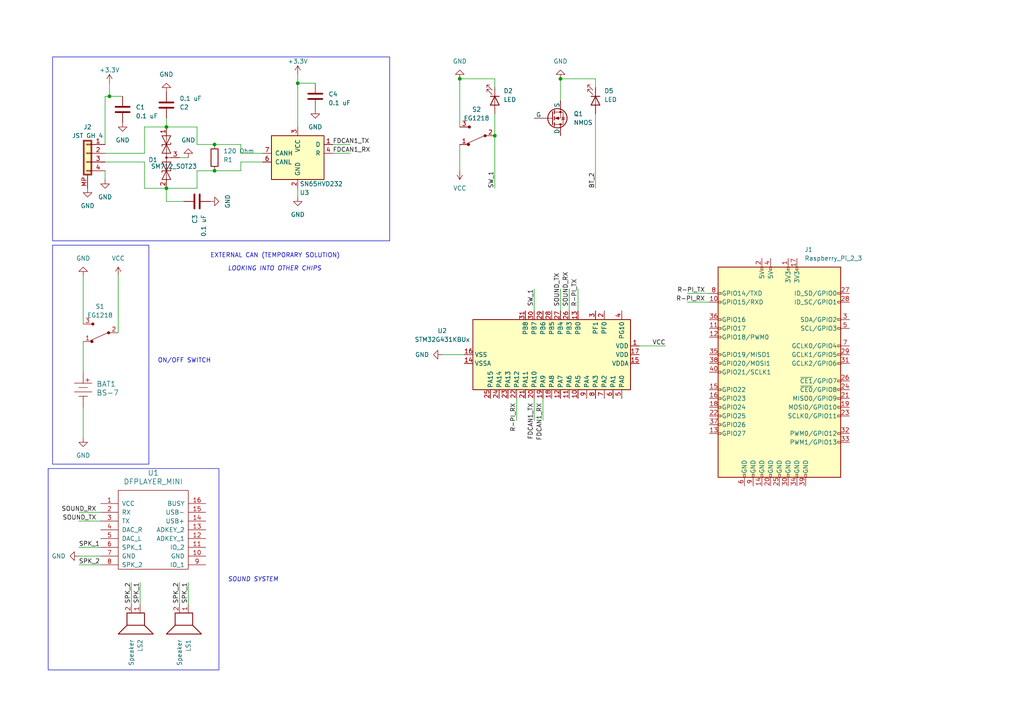
<source format=kicad_sch>
(kicad_sch (version 20230121) (generator eeschema)
  (paper "A4")
  (lib_symbols
    (symbol "Connector:Raspberry_Pi_2_3" (pin_names (offset 1.016))
      (property "Reference" "J" (at -17.78 31.75 0))
      (property "Value" "Raspberry_Pi_2_3" (at 10.16 -31.75 0))
      (symbol "Raspberry_Pi_2_3_0_1"
        (rectangle (start -17.78 30.48) (end 17.78 -30.48) (stroke (width 0.254)) (fill (type background)))
      )
      (symbol "Raspberry_Pi_2_3_1_1"
        (rectangle (start -16.891 -17.526) (end -17.78 -18.034))
        (rectangle (start -16.891 -14.986) (end -17.78 -15.494))
        (rectangle (start -16.891 -12.446) (end -17.78 -12.954))
        (rectangle (start -16.891 -9.906) (end -17.78 -10.414))
        (rectangle (start -16.891 -7.366) (end -17.78 -7.874))
        (rectangle (start -16.891 -4.826) (end -17.78 -5.334))
        (rectangle (start -16.891 0.254) (end -17.78 -0.254))
        (rectangle (start -16.891 2.794) (end -17.78 2.286))
        (rectangle (start -16.891 5.334) (end -17.78 4.826))
        (rectangle (start -16.891 10.414) (end -17.78 9.906))
        (rectangle (start -16.891 12.954) (end -17.78 12.446))
        (rectangle (start -16.891 15.494) (end -17.78 14.986))
        (rectangle (start -16.891 20.574) (end -17.78 20.066))
        (rectangle (start -16.891 23.114) (end -17.78 22.606))
        (rectangle (start -10.414 -29.591) (end -9.906 -30.48))
        (rectangle (start -7.874 -29.591) (end -7.366 -30.48))
        (rectangle (start -5.334 -29.591) (end -4.826 -30.48))
        (rectangle (start -5.334 30.48) (end -4.826 29.591))
        (rectangle (start -2.794 -29.591) (end -2.286 -30.48))
        (rectangle (start -2.794 30.48) (end -2.286 29.591))
        (rectangle (start -0.254 -29.591) (end 0.254 -30.48))
        (rectangle (start 2.286 -29.591) (end 2.794 -30.48))
        (rectangle (start 2.286 30.48) (end 2.794 29.591))
        (rectangle (start 4.826 -29.591) (end 5.334 -30.48))
        (rectangle (start 4.826 30.48) (end 5.334 29.591))
        (rectangle (start 7.366 -29.591) (end 7.874 -30.48))
        (rectangle (start 17.78 -20.066) (end 16.891 -20.574))
        (rectangle (start 17.78 -17.526) (end 16.891 -18.034))
        (rectangle (start 17.78 -12.446) (end 16.891 -12.954))
        (rectangle (start 17.78 -9.906) (end 16.891 -10.414))
        (rectangle (start 17.78 -7.366) (end 16.891 -7.874))
        (rectangle (start 17.78 -4.826) (end 16.891 -5.334))
        (rectangle (start 17.78 -2.286) (end 16.891 -2.794))
        (rectangle (start 17.78 2.794) (end 16.891 2.286))
        (rectangle (start 17.78 5.334) (end 16.891 4.826))
        (rectangle (start 17.78 7.874) (end 16.891 7.366))
        (rectangle (start 17.78 12.954) (end 16.891 12.446))
        (rectangle (start 17.78 15.494) (end 16.891 14.986))
        (rectangle (start 17.78 20.574) (end 16.891 20.066))
        (rectangle (start 17.78 23.114) (end 16.891 22.606))
        (pin power_in line (at 2.54 33.02 270) (length 2.54) (name "3V3") (number "1"))
        (pin bidirectional line (at -20.32 20.32 0) (length 2.54) (name "GPIO15/RXD") (number "10"))
        (pin bidirectional line (at -20.32 12.7 0) (length 2.54) (name "GPIO17") (number "11"))
        (pin bidirectional line (at -20.32 10.16 0) (length 2.54) (name "GPIO18/PWM0") (number "12"))
        (pin bidirectional line (at -20.32 -17.78 0) (length 2.54) (name "GPIO27") (number "13"))
        (pin power_in line (at -5.08 -33.02 90) (length 2.54) (name "GND") (number "14"))
        (pin bidirectional line (at -20.32 -5.08 0) (length 2.54) (name "GPIO22") (number "15"))
        (pin bidirectional line (at -20.32 -7.62 0) (length 2.54) (name "GPIO23") (number "16"))
        (pin power_in line (at 5.08 33.02 270) (length 2.54) (name "3V3") (number "17"))
        (pin bidirectional line (at -20.32 -10.16 0) (length 2.54) (name "GPIO24") (number "18"))
        (pin bidirectional line (at 20.32 -10.16 180) (length 2.54) (name "MOSI0/GPIO10") (number "19"))
        (pin power_in line (at -5.08 33.02 270) (length 2.54) (name "5V") (number "2"))
        (pin power_in line (at -2.54 -33.02 90) (length 2.54) (name "GND") (number "20"))
        (pin bidirectional line (at 20.32 -7.62 180) (length 2.54) (name "MISO0/GPIO9") (number "21"))
        (pin bidirectional line (at -20.32 -12.7 0) (length 2.54) (name "GPIO25") (number "22"))
        (pin bidirectional line (at 20.32 -12.7 180) (length 2.54) (name "SCLK0/GPIO11") (number "23"))
        (pin bidirectional line (at 20.32 -5.08 180) (length 2.54) (name "~{CE0}/GPIO8") (number "24"))
        (pin power_in line (at 0 -33.02 90) (length 2.54) (name "GND") (number "25"))
        (pin bidirectional line (at 20.32 -2.54 180) (length 2.54) (name "~{CE1}/GPIO7") (number "26"))
        (pin bidirectional line (at 20.32 22.86 180) (length 2.54) (name "ID_SD/GPIO0") (number "27"))
        (pin bidirectional line (at 20.32 20.32 180) (length 2.54) (name "ID_SC/GPIO1") (number "28"))
        (pin bidirectional line (at 20.32 5.08 180) (length 2.54) (name "GCLK1/GPIO5") (number "29"))
        (pin bidirectional line (at 20.32 15.24 180) (length 2.54) (name "SDA/GPIO2") (number "3"))
        (pin power_in line (at 2.54 -33.02 90) (length 2.54) (name "GND") (number "30"))
        (pin bidirectional line (at 20.32 2.54 180) (length 2.54) (name "GCLK2/GPIO6") (number "31"))
        (pin bidirectional line (at 20.32 -17.78 180) (length 2.54) (name "PWM0/GPIO12") (number "32"))
        (pin bidirectional line (at 20.32 -20.32 180) (length 2.54) (name "PWM1/GPIO13") (number "33"))
        (pin power_in line (at 5.08 -33.02 90) (length 2.54) (name "GND") (number "34"))
        (pin bidirectional line (at -20.32 5.08 0) (length 2.54) (name "GPIO19/MISO1") (number "35"))
        (pin bidirectional line (at -20.32 15.24 0) (length 2.54) (name "GPIO16") (number "36"))
        (pin bidirectional line (at -20.32 -15.24 0) (length 2.54) (name "GPIO26") (number "37"))
        (pin bidirectional line (at -20.32 2.54 0) (length 2.54) (name "GPIO20/MOSI1") (number "38"))
        (pin power_in line (at 7.62 -33.02 90) (length 2.54) (name "GND") (number "39"))
        (pin power_in line (at -2.54 33.02 270) (length 2.54) (name "5V") (number "4"))
        (pin bidirectional line (at -20.32 0 0) (length 2.54) (name "GPIO21/SCLK1") (number "40"))
        (pin bidirectional line (at 20.32 12.7 180) (length 2.54) (name "SCL/GPIO3") (number "5"))
        (pin power_in line (at -10.16 -33.02 90) (length 2.54) (name "GND") (number "6"))
        (pin bidirectional line (at 20.32 7.62 180) (length 2.54) (name "GCLK0/GPIO4") (number "7"))
        (pin bidirectional line (at -20.32 22.86 0) (length 2.54) (name "GPIO14/TXD") (number "8"))
        (pin power_in line (at -7.62 -33.02 90) (length 2.54) (name "GND") (number "9"))
      )
    )
    (symbol "Connector_Generic_Shielded:Conn_01x04_Shielded" (pin_names (offset 1.016) hide)
      (property "Reference" "J1" (at 0 7.62 0))
      (property "Value" "JST SH 4" (at 0 5.08 0))
      (symbol "Conn_01x04_Shielded_1_1"
        (rectangle (start -1.27 3.81) (end 1.27 -6.35) (stroke (width 0.1524)))
        (rectangle (start -1.016 -4.953) (end 0.254 -5.207) (stroke (width 0.1524)))
        (rectangle (start -1.016 -2.413) (end 0.254 -2.667) (stroke (width 0.1524)))
        (rectangle (start -1.016 0.127) (end 0.254 -0.127) (stroke (width 0.1524)))
        (rectangle (start -1.016 2.667) (end 0.254 2.413) (stroke (width 0.1524)))
        (rectangle (start -1.016 3.556) (end 1.016 -6.096) (stroke (width 0.254)) (fill (type background)))
        (pin passive line (at -5.08 2.54 0) (length 4.064) (name "Pin_1") (number "1"))
        (pin passive line (at -5.08 0 0) (length 4.064) (name "Pin_2") (number "2"))
        (pin passive line (at -5.08 -2.54 0) (length 4.064) (name "Pin_3") (number "3"))
        (pin passive line (at -5.08 -5.08 0) (length 4.064) (name "Pin_4") (number "4"))
        (pin passive line (at 0 -10.16 90) (length 3.81) (name "Mount_Point") (number "MP"))
      )
    )
    (symbol "Device:C" (pin_numbers hide) (pin_names (offset 0.254))
      (property "Reference" "C" (at 0.635 2.54 0))
      (property "Value" "C" (at 0.635 -2.54 0))
      (symbol "C_0_1"
        (polyline (pts (xy -2.032 -0.762) (xy 2.032 -0.762)) (stroke (width 0.508)))
        (polyline (pts (xy -2.032 0.762) (xy 2.032 0.762)) (stroke (width 0.508)))
      )
      (symbol "C_1_1"
        (pin passive line (at 0 3.81 270) (length 2.794) (name "~") (number "1"))
        (pin passive line (at 0 -3.81 90) (length 2.794) (name "~") (number "2"))
      )
    )
    (symbol "Device:LED" (pin_numbers hide) (pin_names (offset 1.016) hide)
      (property "Reference" "D" (at 0 2.54 0))
      (property "Value" "LED" (at 0 -2.54 0))
      (symbol "LED_0_1"
        (polyline (pts (xy -1.27 -1.27) (xy -1.27 1.27)) (stroke (width 0.254)))
        (polyline (pts (xy -1.27 0) (xy 1.27 0)))
        (polyline (pts (xy 1.27 -1.27) (xy 1.27 1.27) (xy -1.27 0) (xy 1.27 -1.27)) (stroke (width 0.254)))
        (polyline (pts (xy -3.048 -0.762) (xy -4.572 -2.286) (xy -3.81 -2.286) (xy -4.572 -2.286) (xy -4.572 -1.524)))
        (polyline (pts (xy -1.778 -0.762) (xy -3.302 -2.286) (xy -2.54 -2.286) (xy -3.302 -2.286) (xy -3.302 -1.524)))
      )
      (symbol "LED_1_1"
        (pin passive line (at -3.81 0 0) (length 2.54) (name "K") (number "1"))
        (pin passive line (at 3.81 0 180) (length 2.54) (name "A") (number "2"))
      )
    )
    (symbol "Device:R" (pin_numbers hide) (pin_names (offset 0))
      (property "Reference" "R" (at 2.032 0 90))
      (property "Value" "R" (at 0 0 90))
      (symbol "R_0_1"
        (rectangle (start -1.016 -2.54) (end 1.016 2.54) (stroke (width 0.254)))
      )
      (symbol "R_1_1"
        (pin passive line (at 0 3.81 270) (length 1.27) (name "~") (number "1"))
        (pin passive line (at 0 -3.81 90) (length 1.27) (name "~") (number "2"))
      )
    )
    (symbol "Device:Speaker" (pin_names (offset 0) hide)
      (property "Reference" "LS" (at 1.27 5.715 0))
      (property "Value" "Speaker" (at 1.27 3.81 0))
      (symbol "Speaker_0_0"
        (rectangle (start -2.54 1.27) (end 1.016 -3.81) (stroke (width 0.254)))
        (polyline (pts (xy 1.016 1.27) (xy 3.556 3.81) (xy 3.556 -6.35) (xy 1.016 -3.81)) (stroke (width 0.254)))
      )
      (symbol "Speaker_1_1"
        (pin input line (at -5.08 0 0) (length 2.54) (name "1") (number "1"))
        (pin input line (at -5.08 -2.54 0) (length 2.54) (name "2") (number "2"))
      )
    )
    (symbol "Diode:SM712_SOT23" (pin_names (offset 1.016) hide)
      (property "Reference" "D" (at 0 4.445 0))
      (property "Value" "SM712_SOT23" (at 0 2.54 0))
      (symbol "SM712_SOT23_0_0"
        (polyline (pts (xy 0 -1.27) (xy 0 0)))
      )
      (symbol "SM712_SOT23_0_1"
        (polyline (pts (xy -6.35 0) (xy 6.35 0)))
        (polyline (pts (xy -3.302 1.27) (xy -3.81 1.27) (xy -3.81 -1.27) (xy -4.318 -1.27)) (stroke (width 0.2032)))
        (polyline (pts (xy 4.318 1.27) (xy 3.81 1.27) (xy 3.81 -1.27) (xy 3.302 -1.27)) (stroke (width 0.2032)))
        (polyline (pts (xy -6.35 -1.27) (xy -1.27 1.27) (xy -1.27 -1.27) (xy -6.35 1.27) (xy -6.35 -1.27)) (stroke (width 0.2032)))
        (polyline (pts (xy 1.27 -1.27) (xy 1.27 1.27) (xy 6.35 -1.27) (xy 6.35 1.27) (xy 1.27 -1.27)) (stroke (width 0.2032)))
        (circle (center 0 0) (radius 0.254) (fill (type outline)))
      )
      (symbol "SM712_SOT23_1_1"
        (pin passive line (at -8.89 0 0) (length 2.54) (name "A1") (number "1"))
        (pin passive line (at 8.89 0 180) (length 2.54) (name "A2") (number "2"))
        (pin input line (at 0 -3.81 90) (length 2.54) (name "common") (number "3"))
      )
    )
    (symbol "Interface_CAN_LIN:SN65HVD232" (pin_names (offset 1.016))
      (property "Reference" "U" (at -2.54 10.16 0))
      (property "Value" "SN65HVD232" (at -2.54 7.62 0))
      (symbol "SN65HVD232_0_1"
        (rectangle (start -7.62 5.08) (end 7.62 -7.62) (stroke (width 0.254)) (fill (type background)))
      )
      (symbol "SN65HVD232_1_1"
        (pin input line (at -10.16 2.54 0) (length 2.54) (name "D") (number "1"))
        (pin power_in line (at 0 -10.16 90) (length 2.54) (name "GND") (number "2"))
        (pin power_in line (at 0 7.62 270) (length 2.54) (name "VCC") (number "3"))
        (pin output line (at -10.16 0 0) (length 2.54) (name "R") (number "4"))
        (pin no_connect line (at -7.62 -2.54 0) (length 2.54) hide (name "NC") (number "5"))
        (pin bidirectional line (at 10.16 -2.54 180) (length 2.54) (name "CANL") (number "6"))
        (pin bidirectional line (at 10.16 0 180) (length 2.54) (name "CANH") (number "7"))
        (pin no_connect line (at -7.62 -5.08 0) (length 2.54) hide (name "NC") (number "8"))
      )
    )
    (symbol "MCU_ST_STM32G4:STM32G431KBUx"
      (property "Reference" "U" (at -10.16 24.13 0))
      (property "Value" "STM32G431KBUx" (at 5.08 24.13 0))
      (symbol "STM32G431KBUx_0_1"
        (rectangle (start -10.16 -22.86) (end 10.16 22.86) (stroke (width 0.254)) (fill (type background)))
      )
      (symbol "STM32G431KBUx_1_1"
        (pin power_in line (at -2.54 25.4 270) (length 2.54) (name "VDD") (number "1"))
        (pin bidirectional line (at 12.7 7.62 180) (length 2.54) (name "PA5") (number "10"))
        (pin bidirectional line (at 12.7 5.08 180) (length 2.54) (name "PA6") (number "11"))
        (pin bidirectional line (at 12.7 2.54 180) (length 2.54) (name "PA7") (number "12"))
        (pin bidirectional line (at -12.7 7.62 0) (length 2.54) (name "PB0") (number "13"))
        (pin power_in line (at 2.54 -25.4 90) (length 2.54) (name "VSSA") (number "14"))
        (pin power_in line (at 2.54 25.4 270) (length 2.54) (name "VDDA") (number "15"))
        (pin power_in line (at 0 -25.4 90) (length 2.54) (name "VSS") (number "16"))
        (pin power_in line (at 0 25.4 270) (length 2.54) (name "VDD") (number "17"))
        (pin bidirectional line (at 12.7 0 180) (length 2.54) (name "PA8") (number "18"))
        (pin bidirectional line (at 12.7 -2.54 180) (length 2.54) (name "PA9") (number "19"))
        (pin bidirectional line (at -12.7 15.24 0) (length 2.54) (name "PF0") (number "2"))
        (pin bidirectional line (at 12.7 -5.08 180) (length 2.54) (name "PA10") (number "20"))
        (pin bidirectional line (at 12.7 -7.62 180) (length 2.54) (name "PA11") (number "21"))
        (pin bidirectional line (at 12.7 -10.16 180) (length 2.54) (name "PA12") (number "22"))
        (pin bidirectional line (at 12.7 -12.7 180) (length 2.54) (name "PA13") (number "23"))
        (pin bidirectional line (at 12.7 -15.24 180) (length 2.54) (name "PA14") (number "24"))
        (pin bidirectional line (at 12.7 -17.78 180) (length 2.54) (name "PA15") (number "25"))
        (pin bidirectional line (at -12.7 5.08 0) (length 2.54) (name "PB3") (number "26"))
        (pin bidirectional line (at -12.7 2.54 0) (length 2.54) (name "PB4") (number "27"))
        (pin bidirectional line (at -12.7 0 0) (length 2.54) (name "PB5") (number "28"))
        (pin bidirectional line (at -12.7 -2.54 0) (length 2.54) (name "PB6") (number "29"))
        (pin bidirectional line (at -12.7 12.7 0) (length 2.54) (name "PF1") (number "3"))
        (pin bidirectional line (at -12.7 -5.08 0) (length 2.54) (name "PB7") (number "30"))
        (pin bidirectional line (at -12.7 -7.62 0) (length 2.54) (name "PB8") (number "31"))
        (pin passive line (at 0 -25.4 90) (length 2.54) hide (name "VSS") (number "32"))
        (pin passive line (at 0 -25.4 90) (length 2.54) hide (name "VSS") (number "33"))
        (pin bidirectional line (at -12.7 20.32 0) (length 2.54) (name "PG10") (number "4"))
        (pin bidirectional line (at 12.7 20.32 180) (length 2.54) (name "PA0") (number "5"))
        (pin bidirectional line (at 12.7 17.78 180) (length 2.54) (name "PA1") (number "6"))
        (pin bidirectional line (at 12.7 15.24 180) (length 2.54) (name "PA2") (number "7"))
        (pin bidirectional line (at 12.7 12.7 180) (length 2.54) (name "PA3") (number "8"))
        (pin bidirectional line (at 12.7 10.16 180) (length 2.54) (name "PA4") (number "9"))
      )
    )
    (symbol "Simulation_SPICE:NMOS" (pin_numbers hide) (pin_names (offset 0))
      (property "Reference" "Q" (at 5.08 1.27 0))
      (property "Value" "NMOS" (at 5.08 -1.27 0))
      (symbol "NMOS_0_1"
        (polyline (pts (xy 0.254 0) (xy -2.54 0)))
        (polyline (pts (xy 0.254 1.905) (xy 0.254 -1.905)) (stroke (width 0.254)))
        (polyline (pts (xy 0.762 -1.27) (xy 0.762 -2.286)) (stroke (width 0.254)))
        (polyline (pts (xy 0.762 0.508) (xy 0.762 -0.508)) (stroke (width 0.254)))
        (polyline (pts (xy 0.762 2.286) (xy 0.762 1.27)) (stroke (width 0.254)))
        (polyline (pts (xy 2.54 2.54) (xy 2.54 1.778)))
        (polyline (pts (xy 2.54 -2.54) (xy 2.54 0) (xy 0.762 0)))
        (polyline (pts (xy 0.762 -1.778) (xy 3.302 -1.778) (xy 3.302 1.778) (xy 0.762 1.778)))
        (polyline (pts (xy 1.016 0) (xy 2.032 0.381) (xy 2.032 -0.381) (xy 1.016 0)) (fill (type outline)))
        (polyline (pts (xy 2.794 0.508) (xy 2.921 0.381) (xy 3.683 0.381) (xy 3.81 0.254)))
        (polyline (pts (xy 3.302 0.381) (xy 2.921 -0.254) (xy 3.683 -0.254) (xy 3.302 0.381)))
        (circle (center 1.651 0) (radius 2.794) (stroke (width 0.254)))
        (circle (center 2.54 -1.778) (radius 0.254) (fill (type outline)))
        (circle (center 2.54 1.778) (radius 0.254) (fill (type outline)))
      )
      (symbol "NMOS_1_1"
        (pin passive line (at 2.54 5.08 270) (length 2.54) (name "D") (number "1"))
        (pin input line (at -5.08 0 0) (length 2.54) (name "G") (number "2"))
        (pin passive line (at 2.54 -5.08 90) (length 2.54) (name "S") (number "3"))
      )
    )
    (symbol "dk_Battery-Holders-Clips-Contacts:BS-7" (pin_numbers hide) (pin_names (offset 1.016))
      (property "Reference" "BAT" (at -1.27 3.81 0))
      (property "Value" "BS-7" (at -1.27 -3.81 0))
      (symbol "BS-7_1_1"
        (polyline (pts (xy 0 -2.54) (xy 0 -1.905)))
        (polyline (pts (xy 0 1.905) (xy 0 2.54)))
        (polyline (pts (xy 1.27 -1.905) (xy -1.27 -1.905)))
        (polyline (pts (xy 1.27 0.635) (xy -1.27 0.635)))
        (polyline (pts (xy 1.27 2.286) (xy 1.27 3.302)))
        (polyline (pts (xy 1.778 2.794) (xy 0.762 2.794)))
        (polyline (pts (xy 2.54 -0.635) (xy -2.54 -0.635)))
        (polyline (pts (xy 2.54 1.905) (xy -2.54 1.905)))
        (pin power_out line (at 0 -5.08 90) (length 2.54) (name "~") (number "Neg"))
        (pin power_out line (at 0 5.08 270) (length 2.54) (name "~") (number "Pos"))
      )
    )
    (symbol "dk_Slide-Switches:EG1218" (pin_names (offset 0))
      (property "Reference" "S" (at -3.81 2.286 0))
      (property "Value" "EG1218" (at 0 -5.334 0))
      (symbol "EG1218_0_1"
        (circle (center -2.286 0) (radius 0.3556) (fill (type outline)))
        (polyline (pts (xy -2.032 0) (xy 3.048 2.286)))
        (circle (center 2.286 -2.54) (radius 0.3556) (fill (type outline)))
        (circle (center 2.54 2.54) (radius 0.3556) (fill (type outline)))
      )
      (symbol "EG1218_1_1"
        (pin passive line (at 5.08 2.54 180) (length 2.54) (name "~") (number "1"))
        (pin passive line (at -5.08 0 0) (length 2.54) (name "~") (number "2"))
        (pin passive line (at 5.08 -2.54 180) (length 2.54) (name "~") (number "3"))
      )
    )
    (symbol "power:+3.3V" (power) (pin_names (offset 0))
      (property "Value" "+3.3V" (at 0 3.556 0))
      (symbol "+3.3V_0_1"
        (polyline (pts (xy -0.762 1.27) (xy 0 2.54)))
        (polyline (pts (xy 0 0) (xy 0 2.54)))
        (polyline (pts (xy 0 2.54) (xy 0.762 1.27)))
      )
      (symbol "+3.3V_1_1"
        (pin power_in line (at 0 0 90) (length 0) hide (name "+3.3V") (number "1"))
      )
    )
    (symbol "power:GND" (power) (pin_names (offset 0))
      (property "Value" "GND" (at 0 -3.81 0))
      (symbol "GND_0_1"
        (polyline (pts (xy 0 0) (xy 0 -1.27) (xy 1.27 -1.27) (xy 0 -2.54) (xy -1.27 -1.27) (xy 0 -1.27)))
      )
      (symbol "GND_1_1"
        (pin power_in line (at 0 0 270) (length 0) hide (name "GND") (number "1"))
      )
    )
    (symbol "power:VCC" (power) (pin_names (offset 0))
      (property "Value" "VCC" (at 0 3.81 0))
      (symbol "VCC_0_1"
        (polyline (pts (xy -0.762 1.27) (xy 0 2.54)))
        (polyline (pts (xy 0 0) (xy 0 2.54)))
        (polyline (pts (xy 0 2.54) (xy 0.762 1.27)))
      )
      (symbol "VCC_1_1"
        (pin power_in line (at 0 0 90) (length 0) hide (name "VCC") (number "1"))
      )
    )
    (symbol "rur:DFPLAYER_MINI" (pin_names (offset 1.016))
      (property "Reference" "U" (at 0 -6.35 0))
      (property "Value" "DFPLAYER_MINI" (at 0 11.43 0))
      (symbol "DFPLAYER_MINI_0_1"
        (rectangle (start -10.16 -10.16) (end 10.16 12.7))
      )
      (symbol "DFPLAYER_MINI_1_1"
        (pin input line (at -15.24 8.89 0) (length 5.08) (name "VCC") (number "1"))
        (pin input line (at 15.24 -6.35 180) (length 5.08) (name "GND") (number "10"))
        (pin input line (at 15.24 -3.81 180) (length 5.08) (name "IO_2") (number "11"))
        (pin input line (at 15.24 -1.27 180) (length 5.08) (name "ADKEY_1") (number "12"))
        (pin input line (at 15.24 1.27 180) (length 5.08) (name "ADKEY_2") (number "13"))
        (pin input line (at 15.24 3.81 180) (length 5.08) (name "USB+") (number "14"))
        (pin input line (at 15.24 6.35 180) (length 5.08) (name "USB-") (number "15"))
        (pin input line (at 15.24 8.89 180) (length 5.08) (name "BUSY") (number "16"))
        (pin input line (at -15.24 6.35 0) (length 5.08) (name "RX") (number "2"))
        (pin input line (at -15.24 3.81 0) (length 5.08) (name "TX") (number "3"))
        (pin input line (at -15.24 1.27 0) (length 5.08) (name "DAC_R") (number "4"))
        (pin input line (at -15.24 -1.27 0) (length 5.08) (name "DAC_L") (number "5"))
        (pin input line (at -15.24 -3.81 0) (length 5.08) (name "SPK_1") (number "6"))
        (pin input line (at -15.24 -6.35 0) (length 5.08) (name "GND") (number "7"))
        (pin input line (at -15.24 -8.89 0) (length 5.08) (name "SPK_2") (number "8"))
        (pin input line (at 15.24 -8.89 180) (length 5.08) (name "IO_1") (number "9"))
      )
    )
  )
  (junction (at 162.56 22.86))
  (junction (at 143.51 39.37))
  (junction (at 48.26 36.83))
  (junction (at 62.23 49.53))
  (junction (at 86.36 24.13))
  (junction (at 62.23 41.91))
  (junction (at 31.75 27.94))
  (junction (at 48.26 54.61))
  (junction (at 133.35 22.86))
  (wire (pts (xy 57.15 36.83) (xy 57.15 41.91)))
  (wire (pts (xy 154.94 83.82) (xy 154.94 90.17)))
  (wire (pts (xy 24.13 118.11) (xy 24.13 127)))
  (wire (pts (xy 41.91 54.61) (xy 48.26 54.61)))
  (wire (pts (xy 199.39 87.63) (xy 205.74 87.63)))
  (wire (pts (xy 22.86 148.59) (xy 29.21 148.59)))
  (wire (pts (xy 41.91 46.99) (xy 30.48 46.99)))
  (wire (pts (xy 157.48 121.92) (xy 157.48 115.57)))
  (wire (pts (xy 22.86 158.75) (xy 29.21 158.75)))
  (wire (pts (xy 22.86 151.13) (xy 29.21 151.13)))
  (wire (pts (xy 86.36 24.13) (xy 91.44 24.13)))
  (wire (pts (xy 31.75 27.94) (xy 31.75 24.13)))
  (wire (pts (xy 54.61 168.91) (xy 54.61 175.26)))
  (wire (pts (xy 133.35 22.86) (xy 143.51 22.86)))
  (wire (pts (xy 162.56 22.86) (xy 172.72 22.86)))
  (wire (pts (xy 30.48 49.53) (xy 30.48 52.07)))
  (wire (pts (xy 48.26 54.61) (xy 57.15 54.61)))
  (wire (pts (xy 167.64 83.82) (xy 167.64 90.17)))
  (wire (pts (xy 143.51 22.86) (xy 143.51 25.4)))
  (wire (pts (xy 86.36 21.59) (xy 86.36 24.13)))
  (wire (pts (xy 57.15 49.53) (xy 62.23 49.53)))
  (wire (pts (xy 52.07 45.72) (xy 54.61 45.72)))
  (wire (pts (xy 52.07 168.91) (xy 52.07 175.26)))
  (wire (pts (xy 101.6 44.45) (xy 96.52 44.45)))
  (wire (pts (xy 48.26 34.29) (xy 48.26 36.83)))
  (wire (pts (xy 162.56 22.86) (xy 162.56 29.21)))
  (wire (pts (xy 199.39 85.09) (xy 205.74 85.09)))
  (wire (pts (xy 172.72 22.86) (xy 172.72 25.4)))
  (wire (pts (xy 30.48 27.94) (xy 31.75 27.94)))
  (wire (pts (xy 35.56 27.94) (xy 31.75 27.94)))
  (wire (pts (xy 48.26 58.42) (xy 48.26 54.61)))
  (wire (pts (xy 48.26 36.83) (xy 57.15 36.83)))
  (wire (pts (xy 143.51 39.37) (xy 143.51 54.61)))
  (wire (pts (xy 86.36 36.83) (xy 86.36 24.13)))
  (wire (pts (xy 69.85 44.45) (xy 69.85 41.91)))
  (wire (pts (xy 57.15 54.61) (xy 57.15 49.53)))
  (wire (pts (xy 86.36 54.61) (xy 86.36 57.15)))
  (wire (pts (xy 22.86 161.29) (xy 29.21 161.29)))
  (wire (pts (xy 149.86 121.92) (xy 149.86 115.57)))
  (wire (pts (xy 41.91 44.45) (xy 41.91 36.83)))
  (wire (pts (xy 24.13 99.06) (xy 24.13 107.95)))
  (wire (pts (xy 24.13 80.01) (xy 24.13 93.98)))
  (wire (pts (xy 193.04 100.33) (xy 185.42 100.33)))
  (wire (pts (xy 57.15 41.91) (xy 62.23 41.91)))
  (wire (pts (xy 53.34 58.42) (xy 48.26 58.42)))
  (wire (pts (xy 143.51 33.02) (xy 143.51 39.37)))
  (wire (pts (xy 162.56 83.82) (xy 162.56 90.17)))
  (wire (pts (xy 133.35 41.91) (xy 133.35 49.53)))
  (wire (pts (xy 30.48 41.91) (xy 30.48 27.94)))
  (wire (pts (xy 41.91 46.99) (xy 41.91 54.61)))
  (wire (pts (xy 38.1 168.91) (xy 38.1 175.26)))
  (wire (pts (xy 69.85 46.99) (xy 69.85 49.53)))
  (wire (pts (xy 172.72 33.02) (xy 172.72 54.61)))
  (wire (pts (xy 101.6 41.91) (xy 96.52 41.91)))
  (wire (pts (xy 128.27 102.87) (xy 134.62 102.87)))
  (wire (pts (xy 40.64 168.91) (xy 40.64 175.26)))
  (wire (pts (xy 22.86 163.83) (xy 29.21 163.83)))
  (wire (pts (xy 69.85 41.91) (xy 62.23 41.91)))
  (wire (pts (xy 133.35 22.86) (xy 133.35 36.83)))
  (wire (pts (xy 76.2 46.99) (xy 69.85 46.99)))
  (wire (pts (xy 34.29 80.01) (xy 34.29 96.52)))
  (wire (pts (xy 165.1 83.82) (xy 165.1 90.17)))
  (wire (pts (xy 76.2 44.45) (xy 69.85 44.45)))
  (wire (pts (xy 41.91 36.83) (xy 48.26 36.83)))
  (wire (pts (xy 69.85 49.53) (xy 62.23 49.53)))
  (wire (pts (xy 41.91 44.45) (xy 30.48 44.45)))
  (wire (pts (xy 154.94 121.92) (xy 154.94 115.57)))
  (rectangle (start 15.24 71.12) (end 43.18 134.62))
  (rectangle (start 15.24 16.51) (end 113.03 69.85))
  (rectangle (start 13.97 135.89) (end 63.5 194.31))
  (text "SOUND SYSTEM\n" (at 66.04 168.91 0) (effects (font (size 1.27 1.27) italic) (justify left bottom)))
  (text "ON/OFF SWITCH\n" (at 45.72 105.41 0) (effects (font (size 1.27 1.27)) (justify left bottom)))
  (text "LOOKING INTO OTHER CHIPS" (at 66.04 78.74 0) (effects (font (size 1.27 1.27) italic) (justify left bottom)))
  (text "EXTERNAL CAN (TEMPORARY SOLUTION)\n" (at 60.96 74.93 0) (effects (font (size 1.27 1.27)) (justify left bottom)))
  (label "FDCAN1_RX" (at 157.48 116.84 270))
  (label "SW_1" (at 143.51 54.61 90))
  (label "R-PI_RX" (at 204.47 87.63 180))
  (label "SPK_1" (at 22.86 158.75 0))
  (label "SPK_1" (at 40.64 168.91 270))
  (label "SPK_2" (at 38.1 168.91 270))
  (label "FDCAN1_TX" (at 96.52 41.91 0))
  (label "SOUND_TX" (at 162.56 88.9 90))
  (label "SOUND_RX" (at 27.94 148.59 180))
  (label "SPK_2" (at 22.86 163.83 0))
  (label "FDCAN1_RX" (at 96.52 44.45 0))
  (label "VCC" (at 193.04 100.33 180))
  (label "SOUND_TX" (at 27.94 151.13 180))
  (label "R-PI_RX" (at 149.86 116.84 270))
  (label "SW_1" (at 154.94 83.82 270))
  (label "SOUND_RX" (at 165.1 88.9 90))
  (label "R-PI_TX" (at 204.47 85.09 180))
  (label "BT_2" (at 172.72 54.61 90))
  (label "R-PI_TX" (at 167.64 88.9 90))
  (label "FDCAN1_TX" (at 154.94 116.84 270))
  (label "SPK_2" (at 52.07 168.91 270))
  (label "SPK_1" (at 54.61 168.91 270))
  (symbol (lib_id "Device:C") (at 48.26 30.48 0) (mirror x) (unit 1)
    (property "Reference" "C2" (at 52.07 31.115 0) (effects (justify left)))
    (property "Value" "0.1 uF" (at 52.07 28.575 0) (effects (justify left)))
    (property "Footprint" "Capacitor_SMD:C_0402_1005Metric_Pad0.74x0.62mm_HandSolder" (effects hide))
  )
  (symbol (lib_id "power:GND") (at 128.27 102.87 270) (unit 1)
    (property "Reference" "#PWR015" (effects hide))
    (property "Value" "GND" (at 124.46 102.87 90) (effects (justify right)))
  )
  (symbol (lib_id "power:VCC") (at 133.35 49.53 180) (unit 1)
    (property "Reference" "#PWR021" (effects hide))
    (property "Value" "VCC" (at 133.35 54.61 0))
  )
  (symbol (lib_id "dk_Slide-Switches:EG1218") (at 138.43 39.37 180) (unit 1)
    (property "Reference" "S2" (at 138.2268 31.75 0))
    (property "Value" "EG1218" (at 138.2268 34.29 0))
    (property "Footprint" "digikey-footprints:Switch_Slide_11.6x4mm_EG1218" (effects hide))
    (property "Datasheet" "http://spec_sheets.e-switch.com/specs/P040040.pdf" (effects hide))
    (property "Digi-Key_PN" "EG1903-ND" (effects hide))
    (property "MPN" "EG1218" (effects hide))
    (property "Category" "Switches" (effects hide))
    (property "Family" "Slide Switches" (effects hide))
    (property "DK_Datasheet_Link" "http://spec_sheets.e-switch.com/specs/P040040.pdf" (effects hide))
    (property "DK_Detail_Page" "/product-detail/en/e-switch/EG1218/EG1903-ND/101726" (effects hide))
    (property "Description" "SWITCH SLIDE SPDT 200MA 30V" (effects hide))
    (property "Manufacturer" "E-Switch" (effects hide))
    (property "Status" "Active" (effects hide))
  )
  (symbol (lib_id "power:GND") (at 48.26 26.67 180) (unit 1)
    (property "Reference" "#PWR05" (effects hide))
    (property "Value" "GND" (at 48.26 21.59 0))
  )
  (symbol (lib_id "Device:LED") (at 172.72 29.21 270) (unit 1)
    (property "Reference" "D5" (at 175.26 26.3525 90) (effects (justify left)))
    (property "Value" "LED" (at 175.26 28.8925 90) (effects (justify left)))
  )
  (symbol (lib_id "rur:DFPLAYER_MINI") (at 44.45 154.94 0) (unit 1)
    (property "Reference" "U1" (at 44.45 137.16 0) (effects (font (size 1.524 1.524))))
    (property "Value" "DFPLAYER_MINI" (at 44.45 139.7 0) (effects (font (size 1.524 1.524))))
  )
  (symbol (lib_id "power:GND") (at 54.61 45.72 180) (unit 1)
    (property "Reference" "#PWR06" (effects hide))
    (property "Value" "GND" (at 54.61 40.64 0))
  )
  (symbol (lib_id "Device:Speaker") (at 40.64 180.34 270) (unit 1)
    (property "Reference" "LS2" (at 40.64 185.42 0) (effects (justify left)))
    (property "Value" "Speaker" (at 38.1 185.42 0) (effects (justify left)))
  )
  (symbol (lib_id "power:GND") (at 25.4 54.61 0) (mirror y) (unit 1)
    (property "Reference" "#PWR01" (effects hide))
    (property "Value" "GND" (at 25.4 59.69 0))
  )
  (symbol (lib_id "power:GND") (at 133.35 22.86 180) (unit 1)
    (property "Reference" "#PWR016" (effects hide))
    (property "Value" "GND" (at 133.35 17.78 0))
  )
  (symbol (lib_id "power:GND") (at 30.48 52.07 0) (mirror y) (unit 1)
    (property "Reference" "#PWR02" (effects hide))
    (property "Value" "GND" (at 30.48 57.15 0))
  )
  (symbol (lib_id "power:GND") (at 60.96 58.42 90) (unit 1)
    (property "Reference" "#PWR07" (effects hide))
    (property "Value" "GND" (at 66.04 58.42 0))
  )
  (symbol (lib_id "Diode:SM712_SOT23") (at 48.26 45.72 90) (mirror x) (unit 1)
    (property "Reference" "D1" (at 45.72 46.355 90) (effects (justify left)))
    (property "Value" "SM712_SOT23" (at 57.15 48.26 90) (effects (justify left)))
    (property "Footprint" "Package_TO_SOT_SMD:SOT-23" (effects hide))
    (property "Datasheet" "https://www.littelfuse.com/~/media/electronics/datasheets/tvs_diode_arrays/littelfuse_tvs_diode_array_sm712_datasheet.pdf.pdf" (effects hide))
  )
  (symbol (lib_id "Connector_Generic_Shielded:Conn_01x04_Shielded") (at 25.4 44.45 0) (mirror y) (unit 1)
    (property "Reference" "J2" (at 25.4 36.83 0))
    (property "Value" "JST GH 4" (at 25.4 39.37 0))
    (property "Footprint" "Connector_JST:JST_GH_SM04B-GHS-TB_1x04-1MP_P1.25mm_Horizontal" (effects hide))
  )
  (symbol (lib_id "power:+3.3V") (at 86.36 21.59 0) (mirror y) (unit 1)
    (property "Reference" "#PWR08" (effects hide))
    (property "Value" "+3.3V" (at 86.36 17.78 0))
  )
  (symbol (lib_id "power:GND") (at 162.56 22.86 180) (unit 1)
    (property "Reference" "#PWR019" (effects hide))
    (property "Value" "GND" (at 162.56 17.78 0))
  )
  (symbol (lib_id "Simulation_SPICE:NMOS") (at 160.02 34.29 0) (mirror x) (unit 1)
    (property "Reference" "Q1" (at 166.37 33.02 0) (effects (justify left)))
    (property "Value" "NMOS" (at 166.37 35.56 0) (effects (justify left)))
    (property "Datasheet" "https://ngspice.sourceforge.io/docs/ngspice-manual.pdf" (effects hide))
    (property "Sim.Device" "NMOS" (effects hide))
    (property "Sim.Type" "VDMOS" (effects hide))
    (property "Sim.Pins" "1=D 2=G 3=S" (effects hide))
  )
  (symbol (lib_id "power:+3.3V") (at 31.75 24.13 0) (mirror y) (unit 1)
    (property "Reference" "#PWR03" (effects hide))
    (property "Value" "+3.3V" (at 31.75 20.32 0))
  )
  (symbol (lib_id "Device:C") (at 57.15 58.42 90) (mirror x) (unit 1)
    (property "Reference" "C3" (at 56.515 62.23 0) (effects (justify left)))
    (property "Value" "0.1 uF" (at 59.055 62.23 0) (effects (justify left)))
    (property "Footprint" "Capacitor_SMD:C_0402_1005Metric_Pad0.74x0.62mm_HandSolder" (effects hide))
  )
  (symbol (lib_id "power:GND") (at 22.86 161.29 270) (unit 1)
    (property "Reference" "#PWR011" (effects hide))
    (property "Value" "GND" (at 19.05 161.29 90) (effects (justify right)))
  )
  (symbol (lib_id "MCU_ST_STM32G4:STM32G431KBUx") (at 160.02 102.87 270) (unit 1)
    (property "Reference" "U2" (at 128.27 95.9419 90))
    (property "Value" "STM32G431KBUx" (at 128.27 98.4819 90))
    (property "Footprint" "Package_DFN_QFN:QFN-32-1EP_5x5mm_P0.5mm_EP3.45x3.45mm" (effects hide))
    (property "Datasheet" "https://www.st.com/resource/en/datasheet/stm32g431kb.pdf" (effects hide))
  )
  (symbol (lib_id "Device:C") (at 35.56 31.75 0) (unit 1)
    (property "Reference" "C1" (at 39.37 31.115 0) (effects (justify left)))
    (property "Value" "0.1 uF" (at 39.37 33.655 0) (effects (justify left)))
    (property "Footprint" "Capacitor_SMD:C_0402_1005Metric_Pad0.74x0.62mm_HandSolder" (effects hide))
  )
  (symbol (lib_id "Device:LED") (at 143.51 29.21 270) (unit 1)
    (property "Reference" "D2" (at 146.05 26.3525 90) (effects (justify left)))
    (property "Value" "LED" (at 146.05 28.8925 90) (effects (justify left)))
  )
  (symbol (lib_id "dk_Battery-Holders-Clips-Contacts:BS-7") (at 24.13 113.03 0) (unit 1)
    (property "Reference" "BAT1" (at 27.94 111.379 0) (effects (font (size 1.524 1.524)) (justify left)))
    (property "Value" "BS-7" (at 27.94 113.919 0) (effects (font (size 1.524 1.524)) (justify left)))
    (property "Footprint" "digikey-footprints:Battery_Holder_Coin_2032_BS-7" (effects hide))
    (property "Datasheet" "http://www.memoryprotectiondevices.com/datasheets/BS-7-datasheet.pdf" (effects hide))
    (property "Digi-Key_PN" "BS-7-ND" (effects hide))
    (property "MPN" "BS-7" (effects hide))
    (property "Category" "Battery Products" (effects hide))
    (property "Family" "Battery Holders, Clips, Contacts" (effects hide))
    (property "DK_Datasheet_Link" "http://www.memoryprotectiondevices.com/datasheets/BS-7-datasheet.pdf" (effects hide))
    (property "DK_Detail_Page" "/product-detail/en/mpd-memory-protection-devices/BS-7/BS-7-ND/389447" (effects hide))
    (property "Description" "BATTERY HOLDER COIN 20MM PC PIN" (effects hide))
    (property "Manufacturer" "MPD (Memory Protection Devices)" (effects hide))
    (property "Status" "Active" (effects hide))
  )
  (symbol (lib_id "Interface_CAN_LIN:SN65HVD232") (at 86.36 44.45 0) (mirror y) (unit 1)
    (property "Reference" "U3" (at 86.9441 55.88 0) (effects (justify right)))
    (property "Value" "SN65HVD232" (at 86.9441 53.34 0) (effects (justify right)))
    (property "Footprint" "Package_SO:SOIC-8_3.9x4.9mm_P1.27mm" (effects hide))
    (property "Datasheet" "http://www.ti.com/lit/ds/symlink/sn65hvd230.pdf" (effects hide))
  )
  (symbol (lib_id "Device:Speaker") (at 54.61 180.34 270) (unit 1)
    (property "Reference" "LS1" (at 54.61 185.42 0) (effects (justify left)))
    (property "Value" "Speaker" (at 52.07 185.42 0) (effects (justify left)))
  )
  (symbol (lib_id "Connector:Raspberry_Pi_2_3") (at 226.06 107.95 0) (unit 1)
    (property "Reference" "J1" (at 233.3341 72.39 0) (effects (justify left)))
    (property "Value" "Raspberry_Pi_2_3" (at 233.3341 74.93 0) (effects (justify left)))
    (property "Datasheet" "https://www.raspberrypi.org/documentation/hardware/raspberrypi/schematics/rpi_SCH_3bplus_1p0_reduced.pdf" (effects hide))
  )
  (symbol (lib_id "dk_Slide-Switches:EG1218") (at 29.21 96.52 180) (unit 1)
    (property "Reference" "S1" (at 29.0068 88.9 0))
    (property "Value" "EG1218" (at 29.0068 91.44 0))
    (property "Footprint" "digikey-footprints:Switch_Slide_11.6x4mm_EG1218" (effects hide))
    (property "Datasheet" "http://spec_sheets.e-switch.com/specs/P040040.pdf" (effects hide))
    (property "Digi-Key_PN" "EG1903-ND" (effects hide))
    (property "MPN" "EG1218" (effects hide))
    (property "Category" "Switches" (effects hide))
    (property "Family" "Slide Switches" (effects hide))
    (property "DK_Datasheet_Link" "http://spec_sheets.e-switch.com/specs/P040040.pdf" (effects hide))
    (property "DK_Detail_Page" "/product-detail/en/e-switch/EG1218/EG1903-ND/101726" (effects hide))
    (property "Description" "SWITCH SLIDE SPDT 200MA 30V" (effects hide))
    (property "Manufacturer" "E-Switch" (effects hide))
    (property "Status" "Active" (effects hide))
  )
  (symbol (lib_id "power:GND") (at 35.56 35.56 0) (mirror y) (unit 1)
    (property "Reference" "#PWR04" (effects hide))
    (property "Value" "GND" (at 35.56 40.64 0))
  )
  (symbol (lib_id "power:GND") (at 86.36 57.15 0) (mirror y) (unit 1)
    (property "Reference" "#PWR09" (effects hide))
    (property "Value" "GND" (at 86.36 62.23 0))
  )
  (symbol (lib_id "power:GND") (at 24.13 80.01 180) (unit 1)
    (property "Reference" "#PWR012" (effects hide))
    (property "Value" "GND" (at 24.13 74.93 0))
  )
  (symbol (lib_id "Device:C") (at 91.44 27.94 0) (unit 1)
    (property "Reference" "C4" (at 95.25 27.305 0) (effects (justify left)))
    (property "Value" "0.1 uF" (at 95.25 29.845 0) (effects (justify left)))
    (property "Footprint" "Capacitor_SMD:C_0402_1005Metric_Pad0.74x0.62mm_HandSolder" (effects hide))
  )
  (symbol (lib_id "power:GND") (at 24.13 127 0) (unit 1)
    (property "Reference" "#PWR013" (effects hide))
    (property "Value" "GND" (at 24.13 132.08 0))
  )
  (symbol (lib_id "power:VCC") (at 34.29 80.01 0) (unit 1)
    (property "Reference" "#PWR014" (effects hide))
    (property "Value" "VCC" (at 34.29 74.93 0))
  )
  (symbol (lib_id "power:GND") (at 91.44 31.75 0) (mirror y) (unit 1)
    (property "Reference" "#PWR010" (effects hide))
    (property "Value" "GND" (at 91.44 36.83 0))
  )
  (symbol (lib_id "Device:R") (at 62.23 45.72 180) (unit 1)
    (property "Reference" "R1" (at 64.77 46.355 0) (effects (justify right)))
    (property "Value" "120 Ohm" (at 64.77 43.815 0) (effects (justify right)))
    (property "Footprint" "Resistor_SMD:R_0402_1005Metric_Pad0.72x0.64mm_HandSolder" (effects hide))
  )
)
</source>
